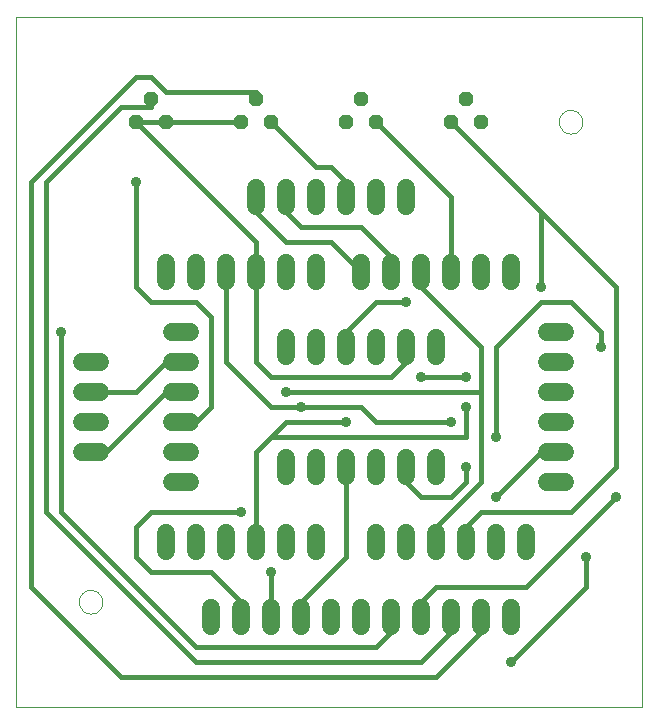
<source format=gtl>
G75*
%MOIN*%
%OFA0B0*%
%FSLAX24Y24*%
%IPPOS*%
%LPD*%
%AMOC8*
5,1,8,0,0,1.08239X$1,22.5*
%
%ADD10C,0.0000*%
%ADD11C,0.0600*%
%ADD12OC8,0.0480*%
%ADD13C,0.0150*%
%ADD14C,0.0360*%
D10*
X000100Y000140D02*
X000100Y023136D01*
X020970Y023136D01*
X020970Y000140D01*
X000100Y000140D01*
X002206Y003640D02*
X002208Y003679D01*
X002214Y003718D01*
X002224Y003756D01*
X002237Y003793D01*
X002254Y003828D01*
X002274Y003862D01*
X002298Y003893D01*
X002325Y003922D01*
X002354Y003948D01*
X002386Y003971D01*
X002420Y003991D01*
X002456Y004007D01*
X002493Y004019D01*
X002532Y004028D01*
X002571Y004033D01*
X002610Y004034D01*
X002649Y004031D01*
X002688Y004024D01*
X002725Y004013D01*
X002762Y003999D01*
X002797Y003981D01*
X002830Y003960D01*
X002861Y003935D01*
X002889Y003908D01*
X002914Y003878D01*
X002936Y003845D01*
X002955Y003811D01*
X002970Y003775D01*
X002982Y003737D01*
X002990Y003699D01*
X002994Y003660D01*
X002994Y003620D01*
X002990Y003581D01*
X002982Y003543D01*
X002970Y003505D01*
X002955Y003469D01*
X002936Y003435D01*
X002914Y003402D01*
X002889Y003372D01*
X002861Y003345D01*
X002830Y003320D01*
X002797Y003299D01*
X002762Y003281D01*
X002725Y003267D01*
X002688Y003256D01*
X002649Y003249D01*
X002610Y003246D01*
X002571Y003247D01*
X002532Y003252D01*
X002493Y003261D01*
X002456Y003273D01*
X002420Y003289D01*
X002386Y003309D01*
X002354Y003332D01*
X002325Y003358D01*
X002298Y003387D01*
X002274Y003418D01*
X002254Y003452D01*
X002237Y003487D01*
X002224Y003524D01*
X002214Y003562D01*
X002208Y003601D01*
X002206Y003640D01*
X018206Y019640D02*
X018208Y019679D01*
X018214Y019718D01*
X018224Y019756D01*
X018237Y019793D01*
X018254Y019828D01*
X018274Y019862D01*
X018298Y019893D01*
X018325Y019922D01*
X018354Y019948D01*
X018386Y019971D01*
X018420Y019991D01*
X018456Y020007D01*
X018493Y020019D01*
X018532Y020028D01*
X018571Y020033D01*
X018610Y020034D01*
X018649Y020031D01*
X018688Y020024D01*
X018725Y020013D01*
X018762Y019999D01*
X018797Y019981D01*
X018830Y019960D01*
X018861Y019935D01*
X018889Y019908D01*
X018914Y019878D01*
X018936Y019845D01*
X018955Y019811D01*
X018970Y019775D01*
X018982Y019737D01*
X018990Y019699D01*
X018994Y019660D01*
X018994Y019620D01*
X018990Y019581D01*
X018982Y019543D01*
X018970Y019505D01*
X018955Y019469D01*
X018936Y019435D01*
X018914Y019402D01*
X018889Y019372D01*
X018861Y019345D01*
X018830Y019320D01*
X018797Y019299D01*
X018762Y019281D01*
X018725Y019267D01*
X018688Y019256D01*
X018649Y019249D01*
X018610Y019246D01*
X018571Y019247D01*
X018532Y019252D01*
X018493Y019261D01*
X018456Y019273D01*
X018420Y019289D01*
X018386Y019309D01*
X018354Y019332D01*
X018325Y019358D01*
X018298Y019387D01*
X018274Y019418D01*
X018254Y019452D01*
X018237Y019487D01*
X018224Y019524D01*
X018214Y019562D01*
X018208Y019601D01*
X018206Y019640D01*
D11*
X016600Y014940D02*
X016600Y014340D01*
X015600Y014340D02*
X015600Y014940D01*
X014600Y014940D02*
X014600Y014340D01*
X013600Y014340D02*
X013600Y014940D01*
X012600Y014940D02*
X012600Y014340D01*
X011600Y014340D02*
X011600Y014940D01*
X010100Y014940D02*
X010100Y014340D01*
X009100Y014340D02*
X009100Y014940D01*
X008100Y014940D02*
X008100Y014340D01*
X007100Y014340D02*
X007100Y014940D01*
X006100Y014940D02*
X006100Y014340D01*
X005100Y014340D02*
X005100Y014940D01*
X005300Y012640D02*
X005900Y012640D01*
X005900Y011640D02*
X005300Y011640D01*
X005300Y010640D02*
X005900Y010640D01*
X005900Y009640D02*
X005300Y009640D01*
X005300Y008640D02*
X005900Y008640D01*
X005900Y007640D02*
X005300Y007640D01*
X005100Y005940D02*
X005100Y005340D01*
X006100Y005340D02*
X006100Y005940D01*
X007100Y005940D02*
X007100Y005340D01*
X008100Y005340D02*
X008100Y005940D01*
X009100Y005940D02*
X009100Y005340D01*
X010100Y005340D02*
X010100Y005940D01*
X010100Y007840D02*
X010100Y008440D01*
X009100Y008440D02*
X009100Y007840D01*
X011100Y007840D02*
X011100Y008440D01*
X012100Y008440D02*
X012100Y007840D01*
X013100Y007840D02*
X013100Y008440D01*
X014100Y008440D02*
X014100Y007840D01*
X014100Y005940D02*
X014100Y005340D01*
X013100Y005340D02*
X013100Y005940D01*
X012100Y005940D02*
X012100Y005340D01*
X011600Y003440D02*
X011600Y002840D01*
X012600Y002840D02*
X012600Y003440D01*
X013600Y003440D02*
X013600Y002840D01*
X014600Y002840D02*
X014600Y003440D01*
X015600Y003440D02*
X015600Y002840D01*
X016600Y002840D02*
X016600Y003440D01*
X016100Y005340D02*
X016100Y005940D01*
X015100Y005940D02*
X015100Y005340D01*
X017100Y005340D02*
X017100Y005940D01*
X017800Y007640D02*
X018400Y007640D01*
X018400Y008640D02*
X017800Y008640D01*
X017800Y009640D02*
X018400Y009640D01*
X018400Y010640D02*
X017800Y010640D01*
X017800Y011640D02*
X018400Y011640D01*
X018400Y012640D02*
X017800Y012640D01*
X014100Y012440D02*
X014100Y011840D01*
X013100Y011840D02*
X013100Y012440D01*
X012100Y012440D02*
X012100Y011840D01*
X011100Y011840D02*
X011100Y012440D01*
X010100Y012440D02*
X010100Y011840D01*
X009100Y011840D02*
X009100Y012440D01*
X009100Y016840D02*
X009100Y017440D01*
X010100Y017440D02*
X010100Y016840D01*
X011100Y016840D02*
X011100Y017440D01*
X012100Y017440D02*
X012100Y016840D01*
X013100Y016840D02*
X013100Y017440D01*
X008100Y017440D02*
X008100Y016840D01*
X002900Y011640D02*
X002300Y011640D01*
X002300Y010640D02*
X002900Y010640D01*
X002900Y009640D02*
X002300Y009640D01*
X002300Y008640D02*
X002900Y008640D01*
X006600Y003440D02*
X006600Y002840D01*
X007600Y002840D02*
X007600Y003440D01*
X008600Y003440D02*
X008600Y002840D01*
X009600Y002840D02*
X009600Y003440D01*
X010600Y003440D02*
X010600Y002840D01*
D12*
X011100Y019640D03*
X011600Y020390D03*
X012100Y019640D03*
X014600Y019640D03*
X015100Y020390D03*
X015600Y019640D03*
X008600Y019640D03*
X008100Y020390D03*
X007600Y019640D03*
X005100Y019640D03*
X004600Y020390D03*
X004100Y019640D03*
D13*
X008100Y015640D01*
X008100Y014640D01*
X008100Y011640D01*
X008600Y011140D01*
X012600Y011140D01*
X013100Y011640D01*
X013100Y012140D01*
X013600Y011140D02*
X015100Y011140D01*
X015600Y010640D02*
X009100Y010640D01*
X009600Y010140D02*
X011600Y010140D01*
X012100Y009640D01*
X014600Y009640D01*
X015100Y009140D02*
X015100Y010140D01*
X015600Y010640D02*
X015600Y007640D01*
X014100Y006140D01*
X014100Y005640D01*
X015100Y005640D02*
X015100Y006140D01*
X015600Y006640D01*
X018600Y006640D01*
X020100Y008140D01*
X020100Y014140D01*
X017600Y016640D01*
X017600Y014140D01*
X017600Y013640D02*
X016100Y012140D01*
X016100Y009140D01*
X015100Y009140D02*
X008600Y009140D01*
X008100Y008640D01*
X008100Y005640D01*
X007600Y006640D02*
X004600Y006640D01*
X004100Y006140D01*
X004100Y005140D01*
X004600Y004640D01*
X006600Y004640D01*
X007600Y003640D01*
X007600Y003140D01*
X008600Y003140D02*
X008600Y004640D01*
X009600Y003640D02*
X011100Y005140D01*
X011100Y008140D01*
X011100Y009640D02*
X009100Y009640D01*
X008600Y009140D01*
X008600Y010140D02*
X007100Y011640D01*
X007100Y014640D01*
X006100Y013640D02*
X006600Y013140D01*
X006600Y010140D01*
X006100Y009640D01*
X005600Y009640D01*
X005600Y010640D02*
X005100Y010640D01*
X003100Y008640D01*
X002600Y008640D01*
X002600Y010640D02*
X004100Y010640D01*
X005100Y011640D01*
X005600Y011640D01*
X006100Y013640D02*
X004600Y013640D01*
X004100Y014140D01*
X004100Y017640D01*
X004100Y019640D02*
X005100Y019640D01*
X007600Y019640D01*
X008100Y020390D02*
X008100Y020640D01*
X005100Y020640D01*
X004600Y021140D01*
X004100Y021140D01*
X000600Y017640D01*
X000600Y004140D01*
X003600Y001140D01*
X014100Y001140D01*
X015600Y002640D01*
X015600Y003140D01*
X014600Y003140D02*
X014600Y002640D01*
X013600Y001640D01*
X006100Y001640D01*
X001100Y006640D01*
X001100Y017640D01*
X003600Y020140D01*
X004600Y020140D01*
X004600Y020390D01*
X008100Y017140D02*
X008100Y016640D01*
X009100Y015640D01*
X010600Y015640D01*
X011600Y014640D01*
X012600Y014640D02*
X012600Y015140D01*
X011600Y016140D01*
X009600Y016140D01*
X009100Y016640D01*
X009100Y017140D01*
X010100Y018140D02*
X010600Y018140D01*
X011100Y017640D01*
X011100Y017140D01*
X010100Y018140D02*
X008600Y019640D01*
X012100Y019640D02*
X014600Y017140D01*
X014600Y014640D01*
X013600Y014640D02*
X013600Y014140D01*
X015600Y012140D01*
X015600Y010640D01*
X017600Y008640D02*
X016100Y007140D01*
X015100Y007640D02*
X015100Y008140D01*
X015100Y007640D02*
X014600Y007140D01*
X013600Y007140D01*
X013100Y007640D01*
X013100Y008140D01*
X009600Y010140D02*
X008600Y010140D01*
X011100Y012140D02*
X011100Y012640D01*
X012100Y013640D01*
X013100Y013640D01*
X017600Y013640D02*
X018600Y013640D01*
X019600Y012640D01*
X019600Y012140D01*
X018100Y008640D02*
X017600Y008640D01*
X020100Y007140D02*
X017100Y004140D01*
X014100Y004140D01*
X013600Y003640D01*
X013600Y003140D01*
X012600Y003140D02*
X012600Y002640D01*
X012100Y002140D01*
X006100Y002140D01*
X001600Y006640D01*
X001600Y012640D01*
X009600Y003640D02*
X009600Y003140D01*
X016600Y001640D02*
X019100Y004140D01*
X019100Y005140D01*
X017600Y016640D02*
X014600Y019640D01*
D14*
X017600Y014140D03*
X019600Y012140D03*
X016100Y009140D03*
X015100Y010140D03*
X014600Y009640D03*
X015100Y011140D03*
X013600Y011140D03*
X013100Y013640D03*
X011100Y009640D03*
X009600Y010140D03*
X009100Y010640D03*
X007600Y006640D03*
X008600Y004640D03*
X015100Y008140D03*
X016100Y007140D03*
X019100Y005140D03*
X020100Y007140D03*
X016600Y001640D03*
X004100Y017640D03*
X001600Y012640D03*
M02*

</source>
